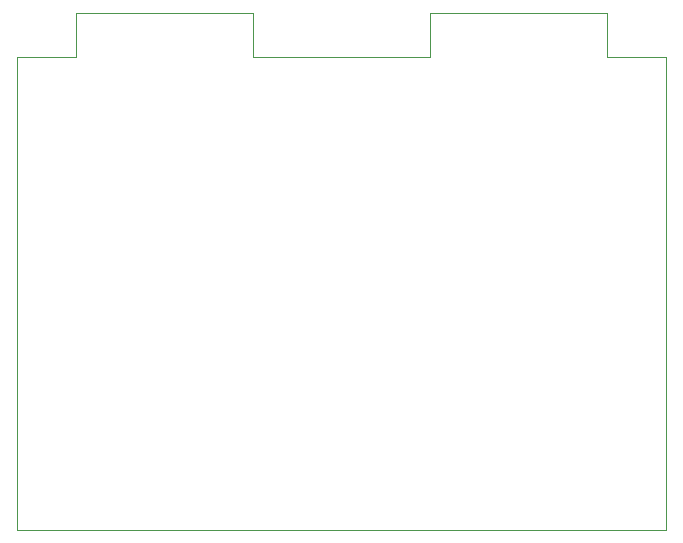
<source format=gm1>
G04 #@! TF.GenerationSoftware,KiCad,Pcbnew,(5.1.4)-1*
G04 #@! TF.CreationDate,2019-10-14T20:14:25-04:00*
G04 #@! TF.ProjectId,badger-badge,62616467-6572-42d6-9261-6467652e6b69,rev?*
G04 #@! TF.SameCoordinates,Original*
G04 #@! TF.FileFunction,Profile,NP*
%FSLAX46Y46*%
G04 Gerber Fmt 4.6, Leading zero omitted, Abs format (unit mm)*
G04 Created by KiCad (PCBNEW (5.1.4)-1) date 2019-10-14 20:14:25*
%MOMM*%
%LPD*%
G04 APERTURE LIST*
%ADD10C,0.050000*%
G04 APERTURE END LIST*
D10*
X50000000Y-63000000D02*
X55000000Y-63000000D01*
X100000000Y-59250000D02*
X100000000Y-63000000D01*
X85000000Y-59250000D02*
X100000000Y-59250000D01*
X85000000Y-63000000D02*
X85000000Y-59250000D01*
X105000000Y-63000000D02*
X100000000Y-63000000D01*
X85000000Y-63000000D02*
X70000000Y-63000000D01*
X70000000Y-59250000D02*
X70000000Y-63000000D01*
X55000000Y-59250000D02*
X70000000Y-59250000D01*
X55000000Y-63000000D02*
X55000000Y-59250000D01*
X50000000Y-103000000D02*
X50000000Y-63000000D01*
X105000000Y-103000000D02*
X50000000Y-103000000D01*
X105000000Y-63000000D02*
X105000000Y-103000000D01*
M02*

</source>
